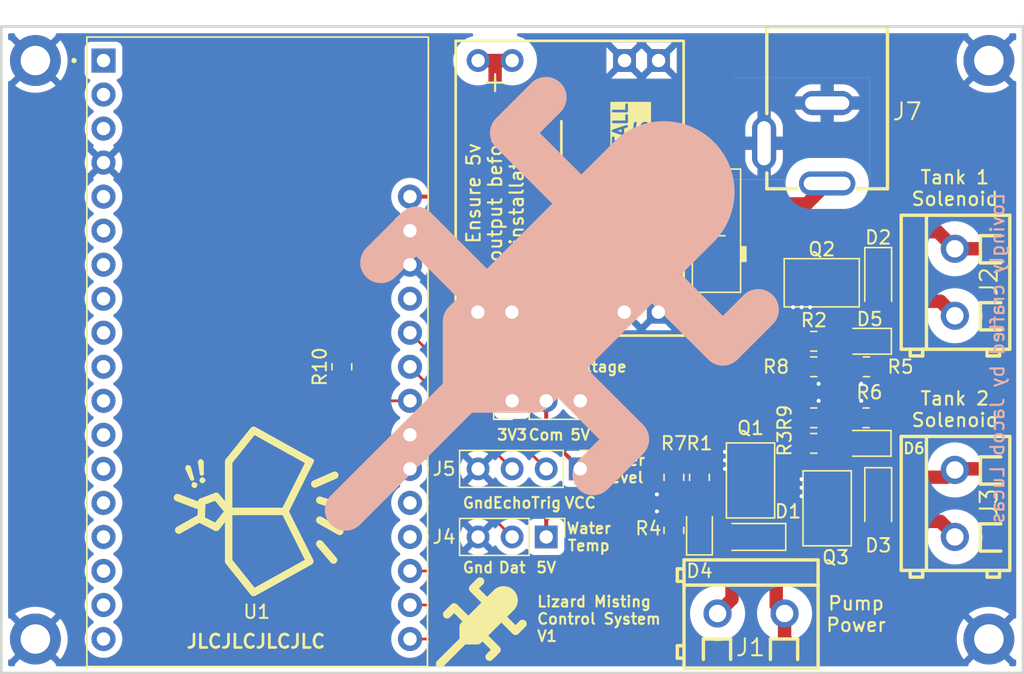
<source format=kicad_pcb>
(kicad_pcb (version 20241229) (generator "pcbnew") (generator_version "9.0")
  (layers (0 "F.Cu" signal) (2 "B.Cu" signal) (13 "F.Paste" user) (15 "B.Paste" user) (5 "F.SilkS" user "F.Silkscreen") (7 "B.SilkS" user "B.Silkscreen") (1 "F.Mask" user) (3 "B.Mask" user) (25 "Edge.Cuts" user))
  (net 0 "")
  (net 1 "Net-(D1-A)")
  (net 2 "+24V")
  (net 3 "Net-(D2-A)")
  (net 4 "Net-(D3-A)")
  (net 5 "/tank_1_enable")
  (net 6 "Net-(D5-K)")
  (net 7 "/dallas")
  (net 8 "GND")
  (net 9 "+5V")
  (net 10 "/echo")
  (net 11 "Net-(J5-Pin_1)")
  (net 12 "/trig")
  (net 13 "+3V3")
  (net 14 "Net-(Q1-G)")
  (net 15 "Net-(Q2-G)")
  (net 16 "Net-(Q3-G)")
  (net 17 "/pump_enable")
  (net 18 "/tank_2_enable")
  (net 19 "Net-(D4-K)")
  (net 20 "Net-(D6-K)")
  (net 38 "Net-(D7-A)")
  (footprint "PCM_Package_TO_SOT_SMD_AKL:SOT-23_BigPads" (layer "F.Cu") (at 91.44 74.525 -90)
    (property "Reference" "Q1")
    (property "Value" "AO3400A" (hide yes))
  )
  (footprint "MountingHole:MountingHole_2.2mm_M2_DIN965_Pad" (layer "F.Cu") (at 109.22 86.36)
    (property "Reference" "M4" (hide yes))
    (property "Value" "MountingHole_2.2mm_M2_DIN965_Pad" (hide yes))
  )
  (footprint "jacob-libs:MP1584EN Module" (layer "F.Cu") (at 77.332 52.711 90)
    (property "Reference" "U2")
    (property "Value" "MP1584EN Module" (hide yes))
  )
  (footprint "Connector_PinHeader_2.54mm:PinHeader_1x03_P2.54mm_Vertical" (layer "F.Cu") (at 76.2 78.74 -90)
    (property "Reference" "J4")
    (property "Value" "Water Temp Header" (hide yes))
  )
  (footprint "Resistor_SMD:R_0805_2012Metric_Pad1.20x1.40mm_HandSolder" (layer "F.Cu") (at 87.63 74.295 90)
    (property "Reference" "R1")
    (property "Value" "220R" (hide yes))
  )
  (footprint "PCM_Package_TO_SOT_SMD_AKL:SOT-23_BigPads" (layer "F.Cu") (at 96.75 59.77)
    (property "Reference" "Q2")
    (property "Value" "AO3400A" (hide yes))
  )
  (footprint "LED_SMD:LED_0805_2012Metric_Pad1.15x1.40mm_HandSolder" (layer "F.Cu") (at 100.085 64.135 180)
    (property "Reference" "D5")
    (property "Value" "Green" (hide yes))
  )
  (footprint "Resistor_SMD:R_0805_2012Metric_Pad1.20x1.40mm_HandSolder" (layer "F.Cu") (at 96.155 69.85 180)
    (property "Reference" "R9")
    (property "Value" "10k" (hide yes))
  )
  (footprint "PCM_Package_TO_SOT_SMD_AKL:SOT-23_BigPads" (layer "F.Cu") (at 97.155 76.605 -90)
    (property "Reference" "Q3")
    (property "Value" "AO3400A" (hide yes))
  )
  (footprint "Connector_PinHeader_2.54mm:PinHeader_1x03_P2.54mm_Vertical" (layer "F.Cu") (at 73.66 68.58 90)
    (property "Reference" "J6")
    (property "Value" "Water Level Voltage Selector" (hide yes))
  )
  (footprint "Resistor_SMD:R_0805_2012Metric_Pad1.20x1.40mm_HandSolder" (layer "F.Cu") (at 85.725 74.295 90)
    (property "Reference" "R7")
    (property "Value" "10k" (hide yes))
  )
  (footprint "MountingHole:MountingHole_2.2mm_M2_DIN965_Pad" (layer "F.Cu") (at 38.1 86.36)
    (property "Reference" "M3" (hide yes))
    (property "Value" "MountingHole_2.2mm_M2_DIN965_Pad" (hide yes))
  )
  (footprint "MountingHole:MountingHole_2.2mm_M2_DIN965_Pad" (layer "F.Cu") (at 38.1 43.18)
    (property "Reference" "M1" (hide yes))
    (property "Value" "MountingHole_2.2mm_M2_DIN965_Pad" (hide yes))
  )
  (footprint "Connector_PinHeader_2.54mm:PinHeader_1x04_P2.54mm_Vertical" (layer "F.Cu") (at 78.74 73.66 -90)
    (property "Reference" "J5")
    (property "Value" "Water Level Header" (hide yes))
  )
  (footprint "LED_SMD:LED_0805_2012Metric_Pad1.15x1.40mm_HandSolder" (layer "F.Cu") (at 100.06 71.755 180)
    (property "Reference" "D6")
    (property "Value" "Green" (hide yes))
  )
  (footprint "LED_SMD:LED_0805_2012Metric_Pad1.15x1.40mm_HandSolder" (layer "F.Cu") (at 87.63 78.223 90)
    (property "Reference" "D4")
    (property "Value" "Green" (hide yes))
  )
  (footprint "DFR0654:MODULE_DFR0654" (layer "F.Cu") (at 54.711247 59.843767)
    (property "Reference" "U1")
    (property "Value" "DFR0654" (hide yes))
  )
  (footprint "Diode_SMD:D_SOD-123" (layer "F.Cu") (at 100.965 59.5025 -90)
    (property "Reference" "D2")
    (property "Value" "1N5819" (hide yes))
  )
  (footprint "Resistor_SMD:R_0805_2012Metric_Pad1.20x1.40mm_HandSolder" (layer "F.Cu") (at 60.96 66.04 90)
    (property "Reference" "R10")
    (property "Value" "10K")
  )
  (footprint "jacob-libs:TerminalBlock_MAX_MX127-5.0-02P_1x02_P5.00mm" (layer "F.Cu") (at 91.48 84.455)
    (property "Reference" "J1")
    (property "Value" "Pump Header" (hide yes))
  )
  (footprint "Resistor_SMD:R_0805_2012Metric_Pad1.20x1.40mm_HandSolder" (layer "F.Cu") (at 96.155 71.755 180)
    (property "Reference" "R3")
    (property "Value" "220R" (hide yes))
  )
  (footprint "Resistor_SMD:R_0805_2012Metric_Pad1.20x1.40mm_HandSolder" (layer "F.Cu") (at 96.155 64.135 180)
    (property "Reference" "R2")
    (property "Value" "220R" (hide yes))
  )
  (footprint "jacob-libs:BarrelJack_XKB_5A" (layer "F.Cu") (at 94.8033 49.355 -90)
    (property "Reference" "J7")
    (property "Value" "Barrel_Jack" (hide yes))
  )
  (footprint "Resistor_SMD:R_0805_2012Metric_Pad1.20x1.40mm_HandSolder" (layer "F.Cu") (at 100.06 69.85 180)
    (property "Reference" "R6")
    (property "Value" "22R" (hide yes))
  )
  (footprint "Resistor_SMD:R_0805_2012Metric_Pad1.20x1.40mm_HandSolder" (layer "F.Cu") (at 100.085 66.04 180)
    (property "Reference" "R5")
    (property "Value" "22R" (hide yes))
  )
  (footprint "PCM_Diode_SMD_Handsoldering_AKL:D_SMA_BigPads" (layer "F.Cu") (at 88.9 55.88 90)
    (property "Reference" "D7")
    (property "Value" "B340A" (hide yes))
  )
  (footprint "jacob-libs:TerminalBlock_MAX_MX127-5.0-02P_1x02_P5.00mm" (layer "F.Cu") (at 106.68 59.73 90)
    (property "Reference" "J2")
    (property "Value" "Tank 1 Header" (hide yes))
  )
  (footprint "Resistor_SMD:R_0805_2012Metric_Pad1.20x1.40mm_HandSolder" (layer "F.Cu") (at 85.725 78.248 90)
    (property "Reference" "R4")
    (property "Value" "22R" (hide yes))
  )
  (footprint "jacob-libs:TerminalBlock_MAX_MX127-5.0-02P_1x02_P5.00mm" (layer "F.Cu") (at 106.68 76.24 90)
    (property "Reference" "J3")
    (property "Value" "Tank 2 Header" (hide yes))
  )
  (footprint "MountingHole:MountingHole_2.2mm_M2_DIN965_Pad" (layer "F.Cu") (at 109.22 43.18)
    (property "Reference" "M2" (hide yes))
    (property "Value" "MountingHole_2.2mm_M2_DIN965_Pad" (hide yes))
  )
  (footprint "Diode_SMD:D_SOD-123" (layer "F.Cu") (at 91.7075 78.74 180)
    (property "Reference" "D1")
    (property "Value" "1N5819" (hide yes))
  )
  (footprint "Resistor_SMD:R_0805_2012Metric_Pad1.20x1.40mm_HandSolder" (layer "F.Cu") (at 96.155 66.04 180)
    (property "Reference" "R8")
    (property "Value" "10k" (hide yes))
  )
  (footprint "Diode_SMD:D_SOD-123" (layer "F.Cu") (at 100.965 75.9325 -90)
    (property "Reference" "D3")
    (property "Value" "1N5819" (hide yes))
  )
  (gr_line (start 72.39 60.198) (end 72.39 58.928) (stroke (width 0.16)) (layer "F.SilkS"))
  (gr_line (start 48.790866 78.231592) (end 50.317936 77.372615) (stroke (width 0.558638)) (layer "F.SilkS"))
  (gr_line (start 58.939436 74.786665) (end 60.429134 74.134922) (stroke (width 0.558638)) (layer "F.SilkS"))
  (gr_line (start 51.58405 75.714988) (end 50.511275 76.121471) (stroke (width 0.558638)) (layer "F.SilkS"))
  (gr_line (start 50.511275 76.121471) (end 50.464038 77.447207) (stroke (width 0.558638)) (layer "F.SilkS"))
  (gr_line (start 71.755 59.563) (end 73.025 59.563) (stroke (width 0.16)) (layer "F.SilkS"))
  (gr_line (start 52.515112 76.835) (end 51.58405 75.714988) (stroke (width 0.558638)) (layer "F.SilkS"))
  (gr_line (start 59.311861 77.486743) (end 60.801558 78.324698) (stroke (width 0.558638)) (layer "F.SilkS"))
  (gr_line (start 56.704888 76.835) (end 52.515112 76.835) (stroke (width 0.558638)) (layer "F.SilkS"))
  (gr_line (start 71.755 44.831) (end 73.025 44.831) (stroke (width 0.16)) (layer "F.SilkS"))
  (gr_line (start 59.311861 75.997045) (end 60.987773 76.555682) (stroke (width 0.558638)) (layer "F.SilkS"))
  (gr_line (start 50.187458 76.36947) (end 48.695899 75.803933) (stroke (width 0.558638)) (layer "F.SilkS"))
  (gr_line (start 59.311861 79.255759) (end 60.336028 80.46614) (stroke (width 0.558638)) (layer "F.SilkS"))
  (gr_line (start 51.58405 78.019022) (end 52.515112 76.835) (stroke (width 0.558638)) (layer "F.SilkS"))
  (gr_line (start 50.317936 77.372615) (end 51.58405 78.019022) (stroke (width 0.558638)) (layer "F.SilkS"))
  (gr_poly (pts (xy 71.285466 81.752075) (xy 71.300207 81.753131) (xy 71.314894 81.754892) (xy 71.329499 81.757357) (xy 71.343995 81.760527) (xy 71.358353 81.764401) (xy 71.372546 81.768979) (xy 71.386549 81.774263) (xy 71.400332 81.78025) (xy 71.41387 81.786943) (xy 71.427133 81.79434) (xy 71.440096 81.802441) (xy 71.45273 81.811247) (xy 71.465008 81.820758) (xy 71.476903 81.830973) (xy 71.488388 81.841893) (xy 71.499308 81.853381) (xy 71.509523 81.86528) (xy 71.519034 81.877561) (xy 71.52784 81.890198) (xy 71.535941 81.903163) (xy 71.543338 81.916428) (xy 71.55003 81.929967) (xy 71.556018 81.943753) (xy 71.561301 81.957757) (xy 71.56588 81.971952) (xy 71.569754 81.986311) (xy 71.572924 82.000807) (xy 71.575389 82.015413) (xy 71.57715 82.0301) (xy 71.578206 82.044842) (xy 71.578558 82.059611) (xy 71.578205 82.07438) (xy 71.577148 82.089122) (xy 71.575386 82.103809) (xy 71.57292 82.118414) (xy 71.56975 82.13291) (xy 71.565875 82.147268) (xy 71.561296 82.161463) (xy 71.556012 82.175466) (xy 71.550024 82.18925) (xy 71.543332 82.202788) (xy 71.535936 82.216053) (xy 71.527835 82.229016) (xy 71.519029 82.241651) (xy 71.50952 82.253931) (xy 71.499306 82.265828) (xy 71.488388 82.277314) (xy 71.178315 82.587347) (xy 71.798483 83.207557) (xy 72.284519 82.721561) (xy 72.322611 82.685277) (xy 72.36217 82.651119) (xy 72.403124 82.619117) (xy 72.445403 82.589301) (xy 72.488935 82.561699) (xy 72.533648 82.536343) (xy 72.57947 82.513261) (xy 72.62633 82.492482) (xy 72.674157 82.474037) (xy 72.722879 82.457955) (xy 72.772424 82.444266) (xy 72.82272 82.432998) (xy 72.873697 82.424182) (xy 72.925283 82.417847) (xy 72.977406 82.414023) (xy 73.029994 82.412739) (xy 73.082586 82.414023) (xy 73.134713 82.417846) (xy 73.186302 82.42418) (xy 73.237283 82.432995) (xy 73.287583 82.444261) (xy 73.337131 82.45795) (xy 73.385856 82.474031) (xy 73.433686 82.492475) (xy 73.480549 82.513252) (xy 73.526374 82.536334) (xy 73.571089 82.56169) (xy 73.614622 82.589292) (xy 73.656902 82.619109) (xy 73.697858 82.651113) (xy 73.737418 82.685273) (xy 73.77551 82.721561) (xy 73.812842 82.760839) (xy 73.847766 82.801533) (xy 73.880281 82.843549) (xy 73.910388 82.886791) (xy 73.938086 82.931166) (xy 73.963376 82.97658) (xy 73.986257 83.022937) (xy 74.00673 83.070144) (xy 74.024794 83.118106) (xy 74.04045 83.166728) (xy 74.053697 83.215917) (xy 74.064535 83.265578) (xy 74.072965 83.315616) (xy 74.078986 83.365937) (xy 74.082599 83.416447) (xy 74.083803 83.467052) (xy 74.082599 83.517656) (xy 74.078986 83.568165) (xy 74.072965 83.618486) (xy 74.064535 83.668523) (xy 74.053697 83.718183) (xy 74.04045 83.76737) (xy 74.024794 83.815991) (xy 74.00673 83.863952) (xy 73.986257 83.911156) (xy 73.963376 83.957511) (xy 73.938086 84.002922) (xy 73.910388 84.047295) (xy 73.880281 84.090534) (xy 73.847766 84.132546) (xy 73.812842 84.173237) (xy 73.77551 84.212511) (xy 73.289473 84.698527) (xy 73.909641 85.318735) (xy 74.219757 85.008663) (xy 74.231243 84.997741) (xy 74.24314 84.987524) (xy 74.25542 84.978011) (xy 74.268056 84.969203) (xy 74.281019 84.9611) (xy 74.294284 84.953701) (xy 74.307823 84.947007) (xy 74.321607 84.941018) (xy 74.335611 84.935733) (xy 74.349806 84.931152) (xy 74.364165 84.927277) (xy 74.378661 84.924106) (xy 74.393266 84.921639) (xy 74.407953 84.919877) (xy 74.422695 84.91882) (xy 74.437465 84.918467) (xy 74.452234 84.918819) (xy 74.466976 84.919875) (xy 74.481663 84.921636) (xy 74.496268 84.924102) (xy 74.510763 84.927272) (xy 74.525121 84.931146) (xy 74.539316 84.935725) (xy 74.553318 84.941009) (xy 74.567102 84.946997) (xy 74.580639 84.95369) (xy 74.593903 84.961087) (xy 74.606865 84.969189) (xy 74.6195 84.977996) (xy 74.631778 84.987507) (xy 74.643673 84.997722) (xy 74.655158 85.008642) (xy 74.666079 85.020128) (xy 74.676297 85.032025) (xy 74.685809 85.044304) (xy 74.694617 85.056939) (xy 74.70272 85.069902) (xy 74.710119 85.083166) (xy 74.716812 85.096703) (xy 74.722802 85.110487) (xy 74.728086 85.124489) (xy 74.732666 85.138681) (xy 74.736541 85.153039) (xy 74.739711 85.167533) (xy 74.742177 85.182137) (xy 74.743938 85.196823) (xy 74.744994 85.211563) (xy 74.745345 85.226331) (xy 74.744992 85.241099) (xy 74.743934 85.255839) (xy 74.742171 85.270525) (xy 74.739703 85.285129) (xy 74.736531 85.299623) (xy 74.732654 85.313981) (xy 74.728072 85.328174) (xy 74.722785 85.342177) (xy 74.716793 85.35596) (xy 74.710097 85.369497) (xy 74.702695 85.382761) (xy 74.694589 85.395724) (xy 74.685778 85.408359) (xy 74.676263 85.420638) (xy 74.666042 85.432535) (xy 74.655117 85.444021) (xy 74.127312 85.971826) (xy 74.116252 85.982354) (xy 74.104736 85.992278) (xy 74.092786 86.001589) (xy 74.08043 86.010276) (xy 74.067692 86.018328) (xy 74.054597 86.025735) (xy 74.041171 86.032486) (xy 74.027439 86.038572) (xy 74.013426 86.04398) (xy 73.999158 86.048702) (xy 73.98466 86.052726) (xy 73.969957 86.056041) (xy 73.955074 86.058639) (xy 73.940037 86.060507) (xy 73.924871 86.061635) (xy 73.909601 86.062014) (xy 73.894339 86.061642) (xy 73.87918 86.060519) (xy 73.864149 86.058654) (xy 73.849272 86.056059) (xy 73.834574 86.052744) (xy 73.82008 86.04872) (xy 73.805816 86.043997) (xy 73.791807 86.038587) (xy 73.778077 86.0325) (xy 73.764653 86.025746) (xy 73.751559 86.018336) (xy 73.738821 86.010282) (xy 73.726464 86.001593) (xy 73.714513 85.99228) (xy 73.702994 85.982354) (xy 73.691931 85.971826) (xy 72.854052 85.133948) (xy 71.882 86.106) (xy 72.719879 86.943879) (xy 72.730794 86.955367) (xy 72.741004 86.967266) (xy 72.750511 86.979547) (xy 72.759314 86.992183) (xy 72.767413 87.005148) (xy 72.774808 87.018413) (xy 72.781499 87.031951) (xy 72.787486 87.045736) (xy 72.792769 87.059739) (xy 72.797348 87.073933) (xy 72.801223 87.088292) (xy 72.804393 87.102787) (xy 72.80686 87.117391) (xy 72.808622 87.132078) (xy 72.80968 87.146819) (xy 72.810033 87.161587) (xy 72.809683 87.176355) (xy 72.808627 87.191096) (xy 72.806868 87.205782) (xy 72.804404 87.220386) (xy 72.801236 87.234881) (xy 72.797363 87.249239) (xy 72.792785 87.263433) (xy 72.787503 87.277435) (xy 72.781517 87.291218) (xy 72.774826 87.304756) (xy 72.76743 87.31802) (xy 72.759329 87.330983) (xy 72.750524 87.343618) (xy 72.741014 87.355897) (xy 72.730799 87.367794) (xy 72.719879 87.37928) (xy 72.192135 87.907085) (xy 72.180645 87.918005) (xy 72.168745 87.928221) (xy 72.156463 87.937732) (xy 72.143825 87.946539) (xy 72.130859 87.954642) (xy 72.117593 87.96204) (xy 72.104054 87.968734) (xy 72.090269 87.974724) (xy 72.076266 87.980008) (xy 72.062071 87.984589) (xy 72.047713 87.988464) (xy 72.033218 87.991635) (xy 72.018615 87.994102) (xy 72.00393 87.995864) (xy 71.989191 87.996921) (xy 71.974425 87.997273) (xy 71.959659 87.996921) (xy 71.94492 87.995865) (xy 71.930236 87.994104) (xy 71.915634 87.991639) (xy 71.901141 87.988469) (xy 71.886785 87.984595) (xy 71.872592 87.980017) (xy 71.858591 87.974734) (xy 71.844808 87.968746) (xy 71.83127 87.962054) (xy 71.818006 87.954658) (xy 71.805042 87.946557) (xy 71.792405 87.937751) (xy 71.780124 87.928241) (xy 71.768224 87.918026) (xy 71.756734 87.907106) (xy 71.745816 87.895619) (xy 71.735602 87.883723) (xy 71.726092 87.871443) (xy 71.717287 87.858807) (xy 71.709185 87.845843) (xy 71.701788 87.832578) (xy 71.695095 87.81904) (xy 71.689107 87.805255) (xy 71.683822 87.791252) (xy 71.679242 87.777057) (xy 71.675366 87.762697) (xy 71.672195 87.748202) (xy 71.669728 87.733596) (xy 71.667965 87.718909) (xy 71.666906 87.704167) (xy 71.666552 87.689398) (xy 71.666902 87.674628) (xy 71.667957 87.659887) (xy 71.669716 87.6452) (xy 71.67218 87.630595) (xy 71.675348 87.616099) (xy 71.67922 87.601741) (xy 71.683797 87.587547) (xy 71.689078 87.573544) (xy 71.695064 87.55976) (xy 71.701755 87.546223) (xy 71.70915 87.532959) (xy 71.717249 87.519997) (xy 71.726054 87.507363) (xy 71.735562 87.495085) (xy 71.745776 87.483189) (xy 71.756694 87.471705) (xy 72.066788 87.16161) (xy 71.446599 86.541421) (xy 71.312468 86.675553) (xy 71.301408 86.686081) (xy 71.289892 86.696005) (xy 71.277942 86.705315) (xy 71.265586 86.714) (xy 71.252848 86.722051) (xy 71.239754 86.729457) (xy 71.226328 86.736207) (xy 71.212597 86.742291) (xy 71.198586 86.747699) (xy 71.184319 86.75242) (xy 71.169822 86.756443) (xy 71.155121 86.75976) (xy 71.140241 86.762358) (xy 71.125206 86.764228) (xy 71.110043 86.765359) (xy 71.094777 86.765741) (xy 70.166669 86.76572) (xy 68.497602 88.43487) (xy 68.486119 88.44579) (xy 68.474225 88.456005) (xy 68.461946 88.465515) (xy 68.449312 88.474321) (xy 68.436349 88.482422) (xy 68.423084 88.489819) (xy 68.409546 88.49651) (xy 68.395761 88.502498) (xy 68.381758 88.507781) (xy 68.367563 88.512359) (xy 68.353204 88.516233) (xy 68.338708 88.519402) (xy 68.324104 88.521868) (xy 68.309418 88.523628) (xy 68.294678 88.524685) (xy 68.279912 88.525037) (xy 68.265142 88.524685) (xy 68.250399 88.523628) (xy 68.235711 88.521868) (xy 68.221104 88.519403) (xy 68.206607 88.516234) (xy 68.192247 88.51236) (xy 68.178051 88.507782) (xy 68.164047 88.5025) (xy 68.150263 88.496514) (xy 68.136725 88.489823) (xy 68.123462 88.482429) (xy 68.1105 88.474329) (xy 68.097868 88.465526) (xy 68.085592 88.456018) (xy 68.073701 88.445806) (xy 68.062222 88.43489) (xy 68.0513 88.423401) (xy 68.041083 88.411503) (xy 68.03157 88.399221) (xy 68.022762 88.386585) (xy 68.014659 88.37362) (xy 68.00726 88.360354) (xy 68.000566 88.346815) (xy 67.994577 88.33303) (xy 67.989292 88.319026) (xy 67.984712 88.304831) (xy 67.980837 88.290471) (xy 67.977666 88.275975) (xy 67.9752 88.26137) (xy 67.973438 88.246683) (xy 67.972381 88.231941) (xy 67.972029 88.217171) (xy 67.972381 88.202402) (xy 67.973438 88.18766) (xy 67.9752 88.172973) (xy 67.977666 88.158368) (xy 67.980837 88.143873) (xy 67.984712 88.129514) (xy 67.989292 88.11532) (xy 67.994577 88.101317) (xy 68.000566 88.087533) (xy 68.00726 88.073995) (xy 68.014659 88.06073) (xy 68.022762 88.047767) (xy 68.03157 88.035131) (xy 68.041083 88.022852) (xy 68.0513 88.010955) (xy 68.062222 87.999469) (xy 69.73131 86.33036) (xy 69.73131 85.402314) (xy 69.731684 85.387048) (xy 69.73281 85.371886) (xy 69.734675 85.356853) (xy 69.73727 85.341973) (xy 69.740585 85.327274) (xy 69.744607 85.312778) (xy 69.749328 85.298513) (xy 69.754736 85.284502) (xy 69.760822 85.270771) (xy 69.767574 85.257346) (xy 69.774982 85.244252) (xy 69.783036 85.231514) (xy 69.791725 85.219156) (xy 69.801038 85.207206) (xy 69.810966 85.195686) (xy 69.821497 85.184624) (xy 69.95565 85.050451) (xy 69.335461 84.430242) (xy 69.025387 84.740337) (xy 69.0139 84.751258) (xy 69.002003 84.761475) (xy 68.989723 84.770987) (xy 68.977088 84.779795) (xy 68.964124 84.787898) (xy 68.950859 84.795296) (xy 68.937321 84.801989) (xy 68.923536 84.807978) (xy 68.909532 84.813262) (xy 68.895337 84.817842) (xy 68.880978 84.821717) (xy 68.866482 84.824887) (xy 68.851877 84.827352) (xy 68.83719 84.829113) (xy 68.822448 84.83017) (xy 68.807679 84.830522) (xy 68.792909 84.830169) (xy 68.778168 84.829112) (xy 68.763481 84.82735) (xy 68.748876 84.824883) (xy 68.73438 84.821712) (xy 68.720022 84.817837) (xy 68.705828 84.813257) (xy 68.691825 84.807972) (xy 68.678042 84.801984) (xy 68.664504 84.79529) (xy 68.651241 84.787892) (xy 68.638278 84.77979) (xy 68.625644 84.770983) (xy 68.613366 84.761472) (xy 68.601471 84.751256) (xy 68.589986 84.740337) (xy 68.579066 84.72885) (xy 68.568851 84.716953) (xy 68.55934 84.704674) (xy 68.550533 84.692038) (xy 68.542431 84.679075) (xy 68.535034 84.665811) (xy 68.528341 84.652273) (xy 68.522353 84.638489) (xy 68.517069 84.624486) (xy 68.51249 84.610291) (xy 68.508615 84.595933) (xy 68.505445 84.581438) (xy 68.502979 84.566833) (xy 68.501218 84.552146) (xy 68.500161 84.537405) (xy 68.499809 84.522636) (xy 68.500161 84.507867) (xy 68.501218 84.493126) (xy 68.502979 84.478439) (xy 68.505445 84.463835) (xy 68.508615 84.449339) (xy 68.51249 84.434981) (xy 68.517069 84.420787) (xy 68.522353 84.406784) (xy 68.528341 84.393) (xy 68.535034 84.379462) (xy 68.542431 84.366197) (xy 68.550533 84.353234) (xy 68.55934 84.340599) (xy 68.568851 84.328319) (xy 68.579066 84.316422) (xy 68.589986 84.304936) (xy 69.117791 83.777131) (xy 69.12885 83.766603) (xy 69.140366 83.756678) (xy 69.152314 83.747368) (xy 69.164669 83.738681) (xy 69.177406 83.730629) (xy 69.190498 83.723222) (xy 69.203922 83.71647) (xy 69.217651 83.710385) (xy 69.231661 83.704977) (xy 69.245926 83.700255) (xy 69.260421 83.696231) (xy 69.275121 83.692915) (xy 69.29 83.690318) (xy 69.305033 83.68845) (xy 69.320195 83.687321) (xy 69.335461 83.686943) (xy 69.350727 83.687325) (xy 69.36589 83.688456) (xy 69.380924 83.690326) (xy 69.395805 83.692924) (xy 69.410506 83.69624) (xy 69.425003 83.700264) (xy 69.439271 83.704985) (xy 69.453283 83.710393) (xy 69.467015 83.716477) (xy 69.480442 83.723227) (xy 69.493538 83.730633) (xy 69.506278 83.738684) (xy 69.518637 83.747369) (xy 69.530589 83.756679) (xy 69.542109 83.766603) (xy 69.553171 83.777131) (xy 70.391071 84.61501) (xy 71.363082 83.642957) (xy 70.525203 82.805058) (xy 70.514676 82.793995) (xy 70.504752 82.782476) (xy 70.495442 82.770525) (xy 70.486757 82.758168) (xy 70.478706 82.745429) (xy 70.471301 82.732335) (xy 70.464552 82.71891) (xy 70.458468 82.70518) (xy 70.453062 82.691169) (xy 70.448342 82.676903) (xy 70.44432 82.662408) (xy 70.441005 82.647708) (xy 70.43841 82.632829) (xy 70.436542 82.617796) (xy 70.435414 82.602633) (xy 70.435036 82.587368) (xy 70.435414 82.572094) (xy 70.436542 82.556926) (xy 70.438409 82.541887) (xy 70.441005 82.527003) (xy 70.444319 82.512299) (xy 70.448341 82.497801) (xy 70.45306 82.483532) (xy 70.458466 82.46952) (xy 70.464548 82.455788) (xy 70.471296 82.442361) (xy 70.4787 82.429266) (xy 70.486748 82.416527) (xy 70.495431 82.40417) (xy 70.504739 82.392218) (xy 70.514659 82.380699) (xy 70.525183 82.369636) (xy 71.052988 81.841893) (xy 71.064475 81.830975) (xy 71.076372 81.820761) (xy 71.088652 81.811251) (xy 71.101287 81.802446) (xy 71.114251 81.794345) (xy 71.127516 81.786949) (xy 71.141054 81.780256) (xy 71.154839 81.774268) (xy 71.168843 81.768985) (xy 71.183038 81.764406) (xy 71.197397 81.760531) (xy 71.211893 81.757361) (xy 71.226498 81.754895) (xy 71.241185 81.753133) (xy 71.255927 81.752076) (xy 71.270696 81.751723)) (fill yes) (layer "F.SilkS"))
  (gr_poly (pts (xy 58.567012 73.110754) (xy 56.704888 76.835) (xy 58.567012 80.559245) (xy 54.377235 82.886899) (xy 52.515112 80.559245) (xy 52.515112 73.110754) (xy 54.377234 70.783101)) (stroke (width 0.558638)) (fill no) (layer "F.SilkS"))
  (gr_line (start 72.39 45.466) (end 72.39 44.196) (stroke (width 0.16)) (layer "F.SilkS"))
  (gr_poly (pts (xy 76.256184 44.406513) (xy 76.329893 44.411794) (xy 76.403328 44.420598) (xy 76.476352 44.432924) (xy 76.548829 44.448772) (xy 76.620621 44.468143) (xy 76.691591 44.491036) (xy 76.761604 44.517452) (xy 76.830522 44.547391) (xy 76.898209 44.580853) (xy 76.964527 44.617837) (xy 77.029339 44.658344) (xy 77.09251 44.702374) (xy 77.153901 44.749928) (xy 77.213377 44.801004) (xy 77.2708 44.855603) (xy 77.325399 44.913045) (xy 77.376475 44.972537) (xy 77.424028 45.033944) (xy 77.468059 45.097127) (xy 77.508566 45.161952) (xy 77.54555 45.22828) (xy 77.579012 45.295976) (xy 77.608951 45.364902) (xy 77.635367 45.434922) (xy 77.65826 45.505898) (xy 77.677631 45.577695) (xy 77.693479 45.650175) (xy 77.705805 45.723202) (xy 77.714608 45.796639) (xy 77.719889 45.870349) (xy 77.721648 45.944195) (xy 77.719885 46.018041) (xy 77.714599 46.09175) (xy 77.705791 46.165185) (xy 77.693461 46.23821) (xy 77.677609 46.310688) (xy 77.658235 46.382481) (xy 77.635339 46.453454) (xy 77.608922 46.523469) (xy 77.578982 46.59239) (xy 77.545521 46.66008) (xy 77.508538 46.726402) (xy 77.468033 46.791219) (xy 77.424007 46.854396) (xy 77.376459 46.915794) (xy 77.32539 46.975278) (xy 77.2708 47.03271) (xy 75.720431 48.582875) (xy 78.821274 51.683923) (xy 81.251455 49.253946) (xy 81.441913 49.072523) (xy 81.639708 48.901733) (xy 81.844482 48.741724) (xy 82.055876 48.592642) (xy 82.273535 48.454636) (xy 82.497098 48.327854) (xy 82.72621 48.212442) (xy 82.960512 48.10855) (xy 83.199646 48.016325) (xy 83.443254 47.935915) (xy 83.690979 47.867467) (xy 83.942462 47.811129) (xy 84.197347 47.767049) (xy 84.455275 47.735375) (xy 84.715889 47.716255) (xy 84.97883 47.709836) (xy 85.241791 47.716254) (xy 85.502424 47.735371) (xy 85.76037 47.767041) (xy 86.015273 47.811115) (xy 86.266775 47.867446) (xy 86.514517 47.935888) (xy 86.758141 48.016292) (xy 86.997289 48.108512) (xy 87.231605 48.2124) (xy 87.460728 48.327808) (xy 87.684303 48.45459) (xy 87.90197 48.592598) (xy 88.113372 48.741685) (xy 88.318151 48.901704) (xy 88.515949 49.072506) (xy 88.706408 49.253946) (xy 88.89307 49.450336) (xy 89.067689 49.653805) (xy 89.230266 49.863882) (xy 89.3808 50.080094) (xy 89.519292 50.30197) (xy 89.64574 50.529037) (xy 89.760146 50.760824) (xy 89.862509 50.996858) (xy 89.95283 51.236667) (xy 90.031108 51.47978) (xy 90.097343 51.725724) (xy 90.151535 51.974028) (xy 90.193684 52.224219) (xy 90.223791 52.475826) (xy 90.241855 52.728375) (xy 90.247877 52.981397) (xy 90.241855 53.234417) (xy 90.223791 53.486965) (xy 90.193684 53.738569) (xy 90.151535 53.988756) (xy 90.097343 54.237054) (xy 90.031108 54.482991) (xy 89.95283 54.726096) (xy 89.862509 54.965897) (xy 89.760146 55.201921) (xy 89.64574 55.433696) (xy 89.519292 55.66075) (xy 89.3808 55.882612) (xy 89.230266 56.09881) (xy 89.067689 56.30887) (xy 88.89307 56.512322) (xy 88.706408 56.708694) (xy 86.276226 59.138774) (xy 89.377066 62.23982) (xy 90.927643 60.689452) (xy 90.985075 60.634843) (xy 91.04456 60.583757) (xy 91.10596 60.536194) (xy 91.169138 60.492154) (xy 91.233957 60.451638) (xy 91.300281 60.414644) (xy 91.367974 60.381174) (xy 91.436897 60.351227) (xy 91.506914 60.324802) (xy 91.577889 60.301901) (xy 91.649685 60.282522) (xy 91.722164 60.266667) (xy 91.795191 60.254334) (xy 91.868627 60.245525) (xy 91.942337 60.240238) (xy 92.016184 60.238474) (xy 92.09003 60.240233) (xy 92.163739 60.245515) (xy 92.237174 60.25432) (xy 92.310198 60.266647) (xy 92.382675 60.282497) (xy 92.454467 60.30187) (xy 92.525438 60.324766) (xy 92.595451 60.351185) (xy 92.66437 60.381126) (xy 92.732056 60.41459) (xy 92.798374 60.451576) (xy 92.863187 60.492086) (xy 92.926358 60.536117) (xy 92.987749 60.583672) (xy 93.047225 60.634749) (xy 93.104649 60.689348) (xy 93.159257 60.74678) (xy 93.210343 60.806263) (xy 93.257905 60.86766) (xy 93.301944 60.930835) (xy 93.34246 60.99565) (xy 93.379453 61.061969) (xy 93.412922 61.129655) (xy 93.442868 61.198572) (xy 93.46929 61.268583) (xy 93.492189 61.33955) (xy 93.511564 61.411338) (xy 93.527416 61.48381) (xy 93.539744 61.556829) (xy 93.548548 61.630258) (xy 93.553829 61.70396) (xy 93.555586 61.777799) (xy 93.553819 61.851638) (xy 93.548529 61.92534) (xy 93.539714 61.998769) (xy 93.527376 62.071788) (xy 93.511514 62.144259) (xy 93.492128 62.216048) (xy 93.469218 62.287015) (xy 93.442784 62.357026) (xy 93.412826 62.425943) (xy 93.379344 62.493629) (xy 93.342337 62.559948) (xy 93.301807 62.624763) (xy 93.257752 62.687937) (xy 93.210173 62.749334) (xy 93.15907 62.808817) (xy 93.104443 62.866249) (xy 90.465418 65.505273) (xy 90.410122 65.557912) (xy 90.352538 65.607535) (xy 90.292792 65.654089) (xy 90.23101 65.697523) (xy 90.167319 65.737784) (xy 90.101845 65.774818) (xy 90.034715 65.808575) (xy 89.966055 65.839001) (xy 89.895991 65.866044) (xy 89.82465 65.889652) (xy 89.752158 65.909771) (xy 89.678643 65.92635) (xy 89.604229 65.939336) (xy 89.529044 65.948677) (xy 89.453214 65.95432) (xy 89.376865 65.956213) (xy 89.300554 65.954354) (xy 89.224758 65.948736) (xy 89.149605 65.939412) (xy 89.075221 65.926436) (xy 89.001731 65.909862) (xy 88.929262 65.889741) (xy 88.857941 65.866129) (xy 88.787893 65.839078) (xy 88.719246 65.808641) (xy 88.652124 65.774872) (xy 88.586655 65.737825) (xy 88.522965 65.697552) (xy 88.46118 65.654107) (xy 88.401426 65.607543) (xy 88.343829 65.557914) (xy 88.288517 65.505273) (xy 84.099121 61.31588) (xy 79.238859 66.176141) (xy 83.428255 70.365539) (xy 83.482828 70.42298) (xy 83.533881 70.482472) (xy 83.581415 70.543877) (xy 83.62543 70.607059) (xy 83.665925 70.671881) (xy 83.7029 70.738206) (xy 83.736355 70.805899) (xy 83.76629 70.874821) (xy 83.792705 70.944837) (xy 83.815599 71.01581) (xy 83.834973 71.087602) (xy 83.850826 71.160078) (xy 83.863158 71.2331) (xy 83.871969 71.306532) (xy 83.877258 71.380237) (xy 83.879026 71.454079) (xy 83.877273 71.52792) (xy 83.871997 71.601625) (xy 83.8632 71.675055) (xy 83.85088 71.748075) (xy 83.835038 71.820548) (xy 83.815674 71.892338) (xy 83.792787 71.963306) (xy 83.766377 72.033318) (xy 83.736444 72.102235) (xy 83.702988 72.169922) (xy 83.666009 72.236241) (xy 83.625506 72.301057) (xy 83.581479 72.364231) (xy 83.533928 72.425628) (xy 83.482854 72.485111) (xy 83.428255 72.542543) (xy 80.789536 75.181568) (xy 80.732085 75.236168) (xy 80.672586 75.287247) (xy 80.611173 75.334805) (xy 80.547984 75.37884) (xy 80.483156 75.419354) (xy 80.416826 75.456345) (xy 80.34913 75.489814) (xy 80.280205 75.519761) (xy 80.210188 75.546185) (xy 80.139215 75.569086) (xy 80.067425 75.588465) (xy 79.994952 75.60432) (xy 79.921935 75.616653) (xy 79.84851 75.625461) (xy 79.774814 75.630747) (xy 79.700983 75.632509) (xy 79.627154 75.630748) (xy 79.553461 75.625466) (xy 79.480041 75.616662) (xy 79.407031 75.604336) (xy 79.334566 75.588488) (xy 79.262784 75.569118) (xy 79.191821 75.546226) (xy 79.121814 75.519811) (xy 79.052898 75.489874) (xy 78.985211 75.456415) (xy 78.918889 75.419432) (xy 78.854068 75.378927) (xy 78.790886 75.334898) (xy 78.729478 75.287346) (xy 78.669981 75.236271) (xy 78.612532 75.181673) (xy 78.557941 75.12424) (xy 78.506871 75.064756) (xy 78.459322 75.003356) (xy 78.415294 74.940178) (xy 78.374787 74.875358) (xy 78.337801 74.809034) (xy 78.304337 74.741342) (xy 78.274393 74.672418) (xy 78.247971 74.602401) (xy 78.22507 74.531426) (xy 78.205691 74.45963) (xy 78.189834 74.387151) (xy 78.177498 74.314124) (xy 78.168683 74.240687) (xy 78.163391 74.166978) (xy 78.16162 74.093131) (xy 78.163372 74.019285) (xy 78.168645 73.945576) (xy 78.177441 73.872141) (xy 78.189758 73.799116) (xy 78.205598 73.72664) (xy 78.22496 73.654847) (xy 78.247845 73.583876) (xy 78.274252 73.513863) (xy 78.304182 73.444945) (xy 78.337634 73.377259) (xy 78.374609 73.31094) (xy 78.415107 73.246128) (xy 78.459128 73.182957) (xy 78.506671 73.121566) (xy 78.557738 73.06209) (xy 78.612328 73.004667) (xy 80.1628 71.454193) (xy 77.061853 68.353248) (xy 76.391194 69.02391) (xy 76.335898 69.076547) (xy 76.278314 69.126167) (xy 76.218568 69.172716) (xy 76.156787 69.216144) (xy 76.093097 69.256398) (xy 76.027626 69.293427) (xy 75.960498 69.327177) (xy 75.891842 69.357598) (xy 75.821784 69.384636) (xy 75.75045 69.408241) (xy 75.677966 69.42836) (xy 75.60446 69.444942) (xy 75.530059 69.457933) (xy 75.454887 69.467282) (xy 75.379073 69.472938) (xy 75.302743 69.474847) (xy 70.662203 69.474744) (xy 62.316866 77.820491) (xy 62.259451 77.875091) (xy 62.199979 77.926167) (xy 62.138588 77.973719) (xy 62.075416 78.017748) (xy 62.0106 78.058253) (xy 61.944278 78.095236) (xy 61.876586 78.128695) (xy 61.807662 78.158632) (xy 61.737644 78.185047) (xy 61.666669 78.207938) (xy 61.594874 78.227308) (xy 61.522397 78.243155) (xy 61.449375 78.255481) (xy 61.375946 78.264285) (xy 61.302247 78.269567) (xy 61.228415 78.271328) (xy 61.154566 78.269567) (xy 61.080851 78.264285) (xy 61.007409 78.255482) (xy 60.934376 78.243157) (xy 60.861891 78.227311) (xy 60.79009 78.207944) (xy 60.719111 78.185055) (xy 60.649092 78.158645) (xy 60.580169 78.128713) (xy 60.512481 78.09526) (xy 60.446164 78.058286) (xy 60.381357 78.01779) (xy 60.318196 77.973772) (xy 60.256818 77.926233) (xy 60.197362 77.875173) (xy 60.139964 77.820591) (xy 60.085355 77.763149) (xy 60.03427 77.703657) (xy 59.986707 77.64225) (xy 59.942668 77.579067) (xy 59.902151 77.514242) (xy 59.865158 77.447914) (xy 59.831688 77.380218) (xy 59.801741 77.311293) (xy 59.775318 77.241273) (xy 59.752417 77.170296) (xy 59.73304 77.0985) (xy 59.717186 77.02602) (xy 59.704854 76.952993) (xy 59.696047 76.879556) (xy 59.690762 76.805846) (xy 59.689 76.732) (xy 59.690762 76.658154) (xy 59.696047 76.584445) (xy 59.704854 76.51101) (xy 59.717186 76.437985) (xy 59.73304 76.365508) (xy 59.752417 76.293714) (xy 59.775318 76.222742) (xy 59.801741 76.152727) (xy 59.831688 76.083806) (xy 59.865158 76.016116) (xy 59.902151 75.949794) (xy 59.942668 75.884976) (xy 59.986707 75.8218) (xy 60.03427 75.760401) (xy 60.085355 75.700918) (xy 60.139964 75.643486) (xy 68.485404 67.297945) (xy 68.485404 62.657712) (xy 68.487278 62.581384) (xy 68.492906 62.505573) (xy 68.502233 62.430406) (xy 68.515208 62.35601) (xy 68.531779 62.282511) (xy 68.551892 62.210034) (xy 68.575496 62.138706) (xy 68.602538 62.068652) (xy 68.632965 62) (xy 68.666726 61.932875) (xy 68.703766 61.867404) (xy 68.744035 61.803712) (xy 68.78748 61.741925) (xy 68.834047 61.682171) (xy 68.883686 61.624574) (xy 68.936342 61.569261) (xy 69.607105 60.898396) (xy 66.50616 57.797348) (xy 64.95579 59.347822) (xy 64.898357 59.40243) (xy 64.838873 59.453515) (xy 64.777473 59.501076) (xy 64.714295 59.545114) (xy 64.649476 59.585628) (xy 64.583151 59.622619) (xy 64.515459 59.656086) (xy 64.446536 59.68603) (xy 64.376518 59.712451) (xy 64.305543 59.735348) (xy 64.233748 59.754722) (xy 64.161268 59.770573) (xy 64.088242 59.782901) (xy 64.014805 59.791706) (xy 63.941096 59.796988) (xy 63.867249 59.798747) (xy 63.793403 59.796983) (xy 63.719694 59.791697) (xy 63.646259 59.782887) (xy 63.573235 59.770555) (xy 63.500758 59.754701) (xy 63.428966 59.735323) (xy 63.357995 59.712423) (xy 63.287982 59.686001) (xy 63.219064 59.656057) (xy 63.151377 59.62259) (xy 63.085059 59.5856) (xy 63.020247 59.545089) (xy 62.957076 59.501055) (xy 62.895685 59.453499) (xy 62.836209 59.402421) (xy 62.778786 59.347822) (xy 62.724186 59.290389) (xy 62.673109 59.230906) (xy 62.625555 59.169507) (xy 62.581523 59.106331) (xy 62.541013 59.041514) (xy 62.504026 58.975192) (xy 62.470562 58.907502) (xy 62.44062 58.838582) (xy 62.414201 58.768568) (xy 62.391305 58.697596) (xy 62.371931 58.625803) (xy 62.356079 58.553327) (xy 62.34375 58.480304) (xy 62.334944 58.40687) (xy 62.32966 58.333163) (xy 62.327899 58.25932) (xy 62.32966 58.185476) (xy 62.334944 58.111769) (xy 62.34375 58.038335) (xy 62.356079 57.965312) (xy 62.371931 57.892836) (xy 62.391305 57.821043) (xy 62.414201 57.750072) (xy 62.44062 57.680057) (xy 62.470562 57.611137) (xy 62.504026 57.543447) (xy 62.541013 57.477126) (xy 62.581523 57.412308) (xy 62.625555 57.349132) (xy 62.673109 57.287734) (xy 62.724186 57.22825) (xy 62.778786 57.170818) (xy 65.417812 54.531792) (xy 65.473106 54.479154) (xy 65.530687 54.429531) (xy 65.590428 54.382977) (xy 65.652203 54.339543) (xy 65.715885 54.299283) (xy 65.781348 54.262248) (xy 65.848466 54.228491) (xy 65.917113 54.198065) (xy 65.987162 54.171022) (xy 66.058486 54.147415) (xy 66.130961 54.127295) (xy 66.204459 54.110716) (xy 66.278854 54.09773) (xy 66.35402 54.088389) (xy 66.429831 54.082746) (xy 66.50616 54.080854) (xy 66.58249 54.082763) (xy 66.658305 54.088419) (xy 66.733476 54.097768) (xy 66.807879 54.11076) (xy 66.881386 54.127341) (xy 66.953872 54.14746) (xy 67.025209 54.171065) (xy 67.095271 54.198104) (xy 67.163933 54.228525) (xy 67.231067 54.262275) (xy 67.296547 54.299304) (xy 67.360247 54.339558) (xy 67.42204 54.382986) (xy 67.481799 54.429535) (xy 67.539399 54.479155) (xy 67.594713 54.531792) (xy 71.784212 58.721189) (xy 76.644268 53.860926) (xy 72.454873 49.671427) (xy 72.402236 49.616114) (xy 72.352616 49.558517) (xy 72.306067 49.498763) (xy 72.26264 49.436977) (xy 72.222387 49.373285) (xy 72.185361 49.307813) (xy 72.151614 49.240689) (xy 72.121197 49.172037) (xy 72.094164 49.101984) (xy 72.070565 49.030656) (xy 72.050455 48.958179) (xy 72.033883 48.884679) (xy 72.020904 48.810283) (xy 72.011568 48.735117) (xy 72.005928 48.659306) (xy 72.004037 48.582977) (xy 72.005928 48.506611) (xy 72.011568 48.430769) (xy 72.020903 48.355575) (xy 72.033882 48.281155) (xy 72.050452 48.207636) (xy 72.07056 48.135142) (xy 72.094155 48.063801) (xy 72.121185 47.993737) (xy 72.151596 47.925077) (xy 72.185337 47.857945) (xy 72.222354 47.79247) (xy 72.262597 47.728775) (xy 72.306013 47.666987) (xy 72.352549 47.607231) (xy 72.402152 47.549634) (xy 72.454772 47.494321) (xy 75.093797 44.855603) (xy 75.15123 44.801013) (xy 75.210714 44.749943) (xy 75.272114 44.702396) (xy 75.335292 44.658369) (xy 75.400112 44.617865) (xy 75.466436 44.580882) (xy 75.534128 44.547421) (xy 75.603051 44.517481) (xy 75.673069 44.491063) (xy 75.744044 44.468167) (xy 75.815839 44.448794) (xy 75.888319 44.432942) (xy 75.961345 44.420612) (xy 76.034782 44.411804) (xy 76.108492 44.406518) (xy 76.182338 44.404755)) (fill yes) (layer "B.SilkS"))
  (gr_line (start 35.56 40.64) (end 35.56 88.9) (stroke (width 0.2)) (layer "Edge.Cuts"))
  (gr_line (start 35.56 88.9) (end 111.76 88.9) (stroke (width 0.2)) (layer "Edge.Cuts"))
  (gr_line (start 111.76 88.9) (end 111.76 40.64) (stroke (width 0.2)) (layer "Edge.Cuts"))
  (gr_line (start 111.76 40.64) (end 35.56 40.64) (stroke (width 0.2)) (layer "Edge.Cuts"))
  (gr_text "Tank 2\nSolenoid" (at 106.68 69.215 0) (layer "F.SilkS") (effects (font (size 1 1) (thickness 0.16))))
  (gr_text "Water\nLevel" (at 81.915 73.66 0) (layer "F.SilkS") (effects (font (size 0.8 0.8) (thickness 0.16))))
  (gr_text "Tank 1\nSolenoid\n" (at 106.68 52.705 0) (layer "F.SilkS") (effects (font (size 1 1) (thickness 0.16))))
  (gr_text "JLCJLCJLCJLC" (at 49.276 87.122 0) (layer "F.SilkS") (effects (font (size 1 1) (thickness 0.2) (bold yes)) (justify left bottom)))
  (gr_text "Water\nTemp" (at 79.375 78.74 0) (layer "F.SilkS") (effects (font (size 0.8 0.8) (thickness 0.16))))
  (gr_text "5V" (at 78.74 71.12 0) (layer "F.SilkS") (effects (font (size 0.8 0.8) (thickness 0.16))))
  (gr_text "Trig" (at 76.2 76.2 0) (layer "F.SilkS") (effects (font (size 0.8 0.8) (thickness 0.16))))
  (gr_text "Com" (at 76.2 71.12 0) (layer "F.SilkS") (effects (font (size 0.8 0.8) (thickness 0.16))))
  (gr_text "!" (at 49.53 75.311 20) (layer "F.SilkS") (effects (font (size 1.5 1.5) (thickness 0.3) (bold yes)) (justify left bottom)))
  (gr_text "DO NOT INSTALL \nBACKWARDS" (at 82.55 52.07 90) (layer "F.SilkS" knockout) (effects (font (size 1 1) (thickness 0.2) (bold yes))))
  (gr_text "5V" (at 76.2 81.026 0) (layer "F.SilkS") (effects (font (size 0.8 0.8) (thickness 0.16))))
  (gr_text "3V3" (at 73.66 71.12 0) (layer "F.SilkS") (effects (font (size 0.8 0.8) (thickness 0.16))))
  (gr_text "Water Level Voltage" (at 76.2 66.04 0) (layer "F.SilkS") (effects (font (size 0.8 0.8) (thickness 0.16))))
  (gr_text "Echo" (at 73.66 76.2 0) (layer "F.SilkS") (effects (font (size 0.8 0.8) (thickness 0.16))))
  (gr_text "!" (at 50.027607 74.829455 5) (layer "F.SilkS") (effects (font (size 1.5 1.5) (thickness 0.3) (bold yes)) (justify left bottom)))
  (gr_text "VCC" (at 78.74 76.2 0) (layer "F.SilkS") (effects (font (size 0.8 0.8) (thickness 0.16))))
  (gr_text "Gnd\n" (at 71.12 76.2 0) (layer "F.SilkS") (effects (font (size 0.8 0.8) (thickness 0.16))))
  (gr_text "Ensure 5v \noutput before \ninstallation" (at 72.39 52.705 90) (layer "F.SilkS") (effects (font (size 1 1) (thickness 0.16))))
  (gr_text "Lizard Misting\nControl System\nV1" (at 75.438 86.614 0) (layer "F.SilkS") (effects (font (size 0.8 0.8) (thickness 0.16) (bold yes)) (justify left bottom)))
  (gr_text "Pump\nPower" (at 99.314 84.50455 0) (layer "F.SilkS") (effects (font (size 1 1) (thickness 0.16))))
  (gr_text "Dat" (at 73.66 81.026 0) (layer "F.SilkS") (effects (font (size 0.8 0.8) (thickness 0.16))))
  (gr_text "Gnd\n" (at 71.12 81.026 0) (layer "F.SilkS") (effects (font (size 0.8 0.8) (thickness 0.16))))
  (gr_text "Lovingly crafted by Jacob Lucas" (at 109.855 65.405 90) (layer "B.SilkS") (effects (font (size 1 1) (thickness 0.16)) (justify mirror)))
  (segment (start 90.0575 83.3775) (end 88.98 84.455) (width 1) (layer "F.Cu") (net 1))
  (segment (start 90.0575 78.74) (end 90.0575 77.4075) (width 1) (layer "F.Cu") (net 1))
  (segment (start 90.0575 78.74) (end 90.0575 83.3775) (width 1) (layer "F.Cu") (net 1))
  (segment (start 90.0575 77.4075) (end 91.44 76.025) (width 1) (layer "F.Cu") (net 1))
  (segment (start 100.965 57.8525) (end 100.965 56.595) (width 1) (layer "F.Cu") (net 2))
  (segment (start 106.68 82.55) (end 105.41 83.82) (width 1) (layer "F.Cu") (net 2))
  (segment (start 109.22 73.66) (end 110.49 72.39) (width 1) (layer "F.Cu") (net 2))
  (segment (start 110.49 59.055) (end 110.49 72.39) (width 1) (layer "F.Cu") (net 2))
  (segment (start 88.9 58.38) (end 84.542 58.38) (width 1) (layer "F.Cu") (net 2))
  (segment (start 101.6 55.96) (end 100.33 55.96) (width 1) (layer "F.Cu") (net 2))
  (segment (start 93.3575 83.8325) (end 93.98 84.455) (width 1) (layer "F.Cu") (net 2))
  (segment (start 106.68 73.66) (end 109.22 73.66) (width 1) (layer "F.Cu") (net 2))
  (segment (start 100.33 55.96) (end 91.32 55.96) (width 1) (layer "F.Cu") (net 2))
  (segment (start 105.41 55.96) (end 101.6 55.96) (width 1) (layer "F.Cu") (net 2))
  (segment (start 95.25 87.63) (end 93.98 86.36) (width 1) (layer "F.Cu") (net 2))
  (segment (start 106.0575 74.2825) (end 106.68 73.66) (width 1) (layer "F.Cu") (net 2))
  (segment (start 110.49 81.28) (end 109.22 82.55) (width 1) (layer "F.Cu") (net 2))
  (segment (start 108.665 57.23) (end 110.49 59.055) (width 1) (layer "F.Cu") (net 2))
  (segment (start 100.965 74.2825) (end 106.0575 74.2825) (width 1) (layer "F.Cu") (net 2))
  (segment (start 110.49 74.93) (end 109.22 73.66) (width 1) (layer "F.Cu") (net 2))
  (segment (start 101.6 55.96) (end 100.965 56.595) (width 1) (layer "F.Cu") (net 2))
  (segment (start 110.49 72.39) (end 110.49 81.28) (width 1) (layer "F.Cu") (net 2))
  (segment (start 105.41 86.36) (end 104.14 87.63) (width 1) (layer "F.Cu") (net 2))
  (segment (start 84.542 58.38) (end 72.39 46.228) (width 1) (layer "F.Cu") (net 2))
  (segment (start 100.965 56.595) (end 100.33 55.96) (width 1) (layer "F.Cu") (net 2))
  (segment (start 104.14 87.63) (end 95.25 87.63) (width 1) (layer "F.Cu") (net 2))
  (segment (start 105.41 83.82) (end 105.41 86.36) (width 1) (layer "F.Cu") (net 2))
  (segment (start 72.39 43.18) (end 71.12 43.18) (width 1) (layer "F.Cu") (net 2))
  (segment (start 72.39 43.18) (end 72.39 46.228) (width 1) (layer "F.Cu") (net 2))
  (segment (start 73.66 43.18) (end 72.39 43.18) (width 1) (layer "F.Cu") (net 2))
  (segment (start 109.22 82.55) (end 106.68 82.55) (width 1) (layer "F.Cu") (net 2))
  (segment (start 106.68 57.23) (end 105.41 55.96) (width 1) (layer "F.Cu") (net 2))
  (segment (start 106.68 57.23) (end 108.665 57.23) (width 1) (layer "F.Cu") (net 2))
  (segment (start 91.32 55.96) (end 88.9 58.38) (width 1) (layer "F.Cu") (net 2))
  (segment (start 93.3575 78.74) (end 93.3575 83.8325) (width 1) (layer "F.Cu") (net 2))
  (segment (start 93.98 86.36) (end 93.98 84.455) (width 1) (layer "F.Cu") (net 2))
  (segment (start 99.6325 61.1525) (end 98.25 59.77) (width 1) (layer "F.Cu") (net 3))
  (segment (start 100.965 61.1525) (end 99.6325 61.1525) (width 1) (layer "F.Cu") (net 3))
  (segment (start 105.6025 61.1525) (end 106.68 62.23) (width 1) (layer "F.Cu") (net 3))
  (segment (start 100.965 61.1525) (end 105.6025 61.1525) (width 1) (layer "F.Cu") (net 3))
  (segment (start 100.965 77.5825) (end 105.6025 77.5825) (width 1) (layer "F.Cu") (net 4))
  (segment (start 100.4425 78.105) (end 100.965 77.5825) (width 1) (layer "F.Cu") (net 4))
  (segment (start 97.155 78.105) (end 100.4425 78.105) (width 1) (layer "F.Cu") (net 4))
  (segment (start 105.6025 77.5825) (end 106.68 78.66) (width 1) (layer "F.Cu") (net 4))
  (segment (start 81.915 80.01) (end 81.915 73.025) (width 0.2) (layer "F.Cu") (net 5))
  (segment (start 81.915 73.025) (end 88.9 66.04) (width 0.2) (layer "F.Cu") (net 5))
  (segment (start 66.04 81.28) (end 80.645 81.28) (width 0.2) (layer "F.Cu") (net 5))
  (segment (start 88.9 66.04) (end 95.155 66.04) (width 0.2) (layer "F.Cu") (net 5))
  (segment (start 80.645 81.28) (end 81.915 80.01) (width 0.2) (layer "F.Cu") (net 5))
  (segment (start 97.155 64.135) (end 99.06 64.135) (width 0.2) (layer "F.Cu") (net 5))
  (segment (start 97.155 64.135) (end 95.25 66.04) (width 0.2) (layer "F.Cu") (net 5))
  (segment (start 95.25 66.04) (end 95.155 66.04) (width 0.2) (layer "F.Cu") (net 5))
  (segment (start 97.155 63.5) (end 97.075 63.5) (width 0.2) (layer "F.Cu") (net 5))
  (segment (start 101.11 66.015) (end 101.085 66.04) (width 0.2) (layer "F.Cu") (net 6))
  (segment (start 101.355 64.11) (end 101.33 64.135) (width 0.2) (layer "F.Cu") (net 6))
  (segment (start 101.11 64.135) (end 101.11 66.015) (width 0.2) (layer "F.Cu") (net 6))
  (segment (start 66.04 68.58) (end 68.58 71.12) (width 0.2) (layer "F.Cu") (net 7))
  (segment (start 73.66 78.74) (end 71.12 76.2) (width 0.2) (layer "F.Cu") (net 7))
  (segment (start 71.12 76.2) (end 69.215 76.2) (width 0.2) (layer "F.Cu") (net 7))
  (segment (start 62.5 68.58) (end 60.96 67.04) (width 0.2) (layer "F.Cu") (net 7))
  (segment (start 68.58 71.12) (end 68.58 75.565) (width 0.2) (layer "F.Cu") (net 7))
  (segment (start 69.215 76.2) (end 68.58 75.565) (width 0.2) (layer "F.Cu") (net 7))
  (segment (start 66.04 68.58) (end 62.5 68.58) (width 0.2) (layer "F.Cu") (net 7))
  (segment (start 84.455 77.026) (end 84.677 77.248) (width 0.2) (layer "F.Cu") (net 8))
  (segment (start 97.155 69.85) (end 97.155 69.215) (width 0.2) (layer "F.Cu") (net 8))
  (segment (start 84.725 75.295) (end 84.455 75.565) (width 0.2) (layer "F.Cu") (net 8))
  (segment (start 99.06 69.85) (end 99.06 69.215) (width 0.2) (layer "F.Cu") (net 8))
  (segment (start 97.155 66.675) (end 96.52 67.31) (width 0.2) (layer "F.Cu") (net 8))
  (segment (start 84.455 76.835) (end 84.455 77.026) (width 0.2) (layer "F.Cu") (net 8))
  (segment (start 85.281 77.47) (end 85.503 77.248) (width 0.2) (layer "F.Cu") (net 8))
  (segment (start 85.725 75.295) (end 84.725 75.295) (width 0.2) (layer "F.Cu") (net 8))
  (segment (start 97.155 66.04) (end 97.155 66.675) (width 0.2) (layer "F.Cu") (net 8))
  (segment (start 99.06 69.215) (end 99.695 68.58) (width 0.2) (layer "F.Cu") (net 8))
  (segment (start 97.155 69.215) (end 96.52 68.58) (width 0.2) (layer "F.Cu") (net 8))
  (segment (start 99.085 66.04) (end 99.085 66.7) (width 0.2) (layer "F.Cu") (net 8))
  (segment (start 85.503 77.248) (end 85.725 77.248) (width 0.2) (layer "F.Cu") (net 8))
  (segment (start 99.085 66.7) (end 99.695 67.31) (width 0.2) (layer "F.Cu") (net 8))
  (segment (start 85.36 75.295) (end 85.725 75.295) (width 0.2) (layer "F.Cu") (net 8))
  (segment (start 84.677 77.248) (end 85.725 77.248) (width 0.2) (layer "F.Cu") (net 8))
  (via (at 89.535 73.025) (size 0.6) (drill 0.3) (layers "F.Cu" "B.Cu") (net 8))
  (via (at 95.25 75.065) (size 0.6) (drill 0.3) (layers "F.Cu" "B.Cu") (net 8))
  (via (at 95.25 74.43) (size 0.6) (drill 0.3) (layers "F.Cu" "B.Cu") (net 8))
  (via (at 89.535 73.66) (size 0.6) (drill 0.3) (layers "F.Cu" "B.Cu") (net 8))
  (via (at 99.695 67.31) (size 0.6) (drill 0.3) (layers "F.Cu" "B.Cu") (net 8))
  (via (at 95.25 75.7) (size 0.6) (drill 0.3) (layers "F.Cu" "B.Cu") (net 8))
  (via (at 84.455 76.835) (size 0.6) (drill 0.3) (layers "F.Cu" "B.Cu") (net 8))
  (via (at 94.615 61.595) (size 0.6) (drill 0.3) (layers "F.Cu" "B.Cu") (net 8))
  (via (at 84.455 75.565) (size 0.6) (drill 0.3) (layers "F.Cu" "B.Cu") (net 8))
  (via (at 96.52 67.31) (size 0.6) (drill 0.3) (layers "F.Cu" "B.Cu") (net 8))
  (via (at 95.885 61.595) (size 0.6) (drill 0.3) (layers "F.Cu" "B.Cu") (net 8))
  (via (at 99.695 68.58) (size 0.6) (drill 0.3) (layers "F.Cu" "B.Cu") (net 8))
  (via (at 96.52 68.58) (size 0.6) (drill 0.3) (layers "F.Cu" "B.Cu") (net 8))
  (via (at 89.535 72.39) (size 0.6) (drill 0.3) (layers "F.Cu" "B.Cu") (net 8))
  (via (at 95.25 61.595) (size 0.6) (drill 0.3) (layers "F.Cu" "B.Cu") (net 8))
  (segment (start 78.74 65.405) (end 76.835 63.5) (width 0.3) (layer "F.Cu") (net 9))
  (segment (start 78.74 68.58) (end 78.74 65.405) (width 0.3) (layer "F.Cu") (net 9))
  (segment (start 73.64 61.961) (end 72.39 61.961) (width 0.3) (layer "F.Cu") (net 9))
  (segment (start 77.47 76.2) (end 76.2 77.47) (width 0.3) (layer "F.Cu") (net 9))
  (segment (start 79.375 76.2) (end 81.28 74.295) (width 0.3) (layer "F.Cu") (net 9))
  (segment (start 75.179 63.5) (end 73.64 61.961) (width 0.3) (layer "F.Cu") (net 9))
  (segment (start 71.1 61.961) (end 71.1 55.86) (width 0.3) (layer "F.Cu") (net 9))
  (segment (start 81.28 71.12) (end 78.74 68.58) (width 0.3) (layer "F.Cu") (net 9))
  (segment (start 68.58 53.34) (end 66.04 53.34) (width 0.3) (layer "F.Cu") (net 9))
  (segment (start 76.835 63.5) (end 75.179 63.5) (width 0.3) (layer "F.Cu") (net 9))
  (segment (start 71.1 55.86) (end 68.58 53.34) (width 0.3) (layer "F.Cu") (net 9))
  (segment (start 81.28 74.295) (end 81.28 71.12) (width 0.3) (layer "F.Cu") (net 9))
  (segment (start 77.47 76.2) (end 79.375 76.2) (width 0.3) (layer "F.Cu") (net 9))
  (segment (start 72.39 61.961) (end 71.1 61.961) (width 0.3) (layer "F.Cu") (net 9))
  (segment (start 76.2 77.47) (end 76.2 78.74) (width 0.3) (layer "F.Cu") (net 9))
  (segment (start 73.66 73.66) (end 66.04 66.04) (width 0.2) (layer "F.Cu") (net 10))
  (segment (start 78.74 73.66) (end 76.2 71.12) (width 0.3) (layer "F.Cu") (net 11))
  (segment (start 76.2 71.12) (end 76.2 68.58) (width 0.3) (layer "F.Cu") (net 11))
  (segment (start 73.66 71.12) (end 76.2 73.66) (width 0.2) (layer "F.Cu") (net 12))
  (segment (start 73.66 71.12) (end 66.04 63.5) (width 0.2) (layer "F.Cu") (net 12))
  (segment (start 60.96 58.42) (end 63.5 55.88) (width 0.2) (layer "F.Cu") (net 13))
  (segment (start 60.96 65.04) (end 60.96 58.42) (width 0.2) (layer "F.Cu") (net 13))
  (segment (start 68.58 63.5) (end 68.58 58.42) (width 0.2) (layer "F.Cu") (net 13))
  (segment (start 63.5 55.88) (end 66.04 55.88) (width 0.2) (layer "F.Cu") (net 13))
  (segment (start 68.58 58.42) (end 66.04 55.88) (width 0.2) (layer "F.Cu") (net 13))
  (segment (start 73.66 68.58) (end 68.58 63.5) (width 0.2) (layer "F.Cu") (net 13))
  (segment (start 92.39 72.07) (end 91.44 71.12) (width 0.2) (layer "F.Cu") (net 14))
  (segment (start 88.9 71.12) (end 87.63 72.39) (width 0.2) (layer "F.Cu") (net 14))
  (segment (start 87.63 72.39) (end 87.63 73.295) (width 0.2) (layer "F.Cu") (net 14))
  (segment (start 92.39 73.025) (end 92.39 72.07) (width 0.2) (layer "F.Cu") (net 14))
  (segment (start 91.44 71.12) (end 88.9 71.12) (width 0.2) (layer "F.Cu") (net 14))
  (segment (start 92.71 59.69) (end 92.71 62.865) (width 0.2) (layer "F.Cu") (net 15))
  (segment (start 95.25 58.82) (end 93.58 58.82) (width 0.2) (layer "F.Cu") (net 15))
  (segment (start 93.58 58.82) (end 92.71 59.69) (width 0.2) (layer "F.Cu") (net 15))
  (segment (start 93.98 64.135) (end 92.71 62.865) (width 0.2) (layer "F.Cu") (net 15))
  (segment (start 95.155 64.135) (end 93.98 64.135) (width 0.2) (layer "F.Cu") (net 15))
  (segment (start 97.79 73.025) (end 96.425 73.025) (width 0.2) (layer "F.Cu") (net 16))
  (segment (start 96.425 73.025) (end 95.155 71.755) (width 0.2) (layer "F.Cu") (net 16))
  (segment (start 98.105 75.105) (end 98.105 73.34) (width 0.2) (layer "F.Cu") (net 16))
  (segment (start 98.105 73.34) (end 97.79 73.025) (width 0.2) (layer "F.Cu") (net 16))
  (segment (start 87.63 75.295) (end 87.63 77.198) (width 0.2) (layer "F.Cu") (net 17))
  (segment (start 80.645 86.36) (end 83.82 83.185) (width 0.2) (layer "F.Cu") (net 17))
  (segment (start 83.82 83.185) (end 83.82 75.2) (width 0.2) (layer "F.Cu") (net 17))
  (segment (start 87.63 75.2) (end 85.725 73.295) (width 0.2) (layer "F.Cu") (net 17))
  (segment (start 83.82 75.2) (end 85.725 73.295) (width 0.2) (layer "F.Cu") (net 17))
  (segment (start 87.63 75.295) (end 87.63 75.2) (width 0.2) (layer "F.Cu") (net 17))
  (segment (start 66.04 86.36) (end 80.645 86.36) (width 0.2) (layer "F.Cu") (net 17))
  (segment (start 99.035 71.755) (end 97.155 71.755) (width 0.2) (layer "F.Cu") (net 18))
  (segment (start 97.155 71.755) (end 95.25 69.85) (width 0.2) (layer "F.Cu") (net 18))
  (segment (start 82.804 74.041) (end 86.995 69.85) (width 0.2) (layer "F.Cu") (net 18))
  (segment (start 95.25 69.85) (end 95.155 69.85) (width 0.2) (layer "F.Cu") (net 18))
  (segment (start 80.645 83.82) (end 66.04 83.82) (width 0.2) (layer "F.Cu") (net 18))
  (segment (start 95.155 69.85) (end 86.995 69.85) (width 0.2) (layer "F.Cu") (net 18))
  (segment (start 82.804 74.041) (end 82.804 81.661) (width 0.2) (layer "F.Cu") (net 18))
  (segment (start 82.804 81.661) (end 80.645 83.82) (width 0.2) (layer "F.Cu") (net 18))
  (segment (start 87.63 79.248) (end 85.725 79.248) (width 0.2) (layer "F.Cu") (net 19))
  (segment (start 101.06 71.73) (end 101.085 71.755) (width 0.2) (layer "F.Cu") (net 20))
  (segment (start 101.06 69.85) (end 101.06 71.73) (width 0.2) (layer "F.Cu") (net 20))
  (segment (start 95.63 53.88) (end 97.155 52.355) (width 1) (layer "F.Cu") (net 38))
  (segment (start 88.9 53.88) (end 95.63 53.88) (width 1) (layer "F.Cu") (net 38))
  (zone (net 8) (net_name "GND") (layer "F.Cu") (priority 2) (connect_pads yes (clearance 0.5)) (min_thickness 0.25) (fill yes (thermal_gap 0.5) (thermal_bridge_width 0.5) (island_removal_mode 1) (island_area_min 10))
    (polygon (pts (xy 91.44 73.66) (xy 90.805 74.295) (xy 89.535 74.295) (xy 88.9 73.66) (xy 88.9 72.39) (xy 89.535 71.755) (xy 90.805 71.755) (xy 91.44 72.39)))
  )
  (zone (net 8) (net_name "GND") (layer "F.Cu") (priority 3) (connect_pads yes (clearance 0.5)) (min_thickness 0.25) (fill yes (thermal_gap 0.5) (thermal_bridge_width 0.5) (island_removal_mode 1) (island_area_min 10))
    (polygon (pts (xy 97.155 75.7) (xy 96.52 76.335) (xy 95.25 76.335) (xy 94.615 75.7) (xy 94.615 74.43) (xy 95.25 73.795) (xy 96.52 73.795) (xy 97.155 74.43)))
  )
  (zone (net 8) (net_name "GND") (layer "F.Cu") (priority 4) (connect_pads yes (clearance 0.5)) (min_thickness 0.25) (fill yes (thermal_gap 0.5) (thermal_bridge_width 0.5) (island_removal_mode 1) (island_area_min 10))
    (polygon (pts (xy 95.885 59.69) (xy 96.52 60.325) (xy 96.52 61.595) (xy 95.885 62.23) (xy 94.615 62.23) (xy 93.98 61.595) (xy 93.98 60.325) (xy 94.615 59.69)))
  )
  (zone (net 2) (net_name "+24V") (layer "F.Cu") (priority 1) (connect_pads (clearance 0.5)) (min_thickness 0.25) (fill yes (thermal_gap 0.5) (thermal_bridge_width 0.5))
    (polygon (pts (xy 110.49 72.39) (xy 109.22 73.66) (xy 110.49 74.93)))
  )
  (zone (net 8) (net_name "GND") (layer "B.Cu") (priority 5) (connect_pads (clearance 0.5)) (min_thickness 0.25) (fill yes (thermal_gap 0.5) (thermal_bridge_width 1) (island_removal_mode 1) (island_area_min 10))
    (polygon (pts (xy 90.17 52.07) (xy 90.17 44.45) (xy 100.33 44.45) (xy 100.33 52.07)))
  )
  (zone (net 8) (net_name "GND") (layer "B.Cu") (connect_pads (clearance 0.5)) (min_thickness 0.25) (fill yes (thermal_gap 0.5) (thermal_bridge_width 0.5))
    (polygon (pts (xy 35.56 40.64) (xy 111.76 40.64) (xy 111.76 88.9) (xy 35.56 88.9)))
  )
)
</source>
